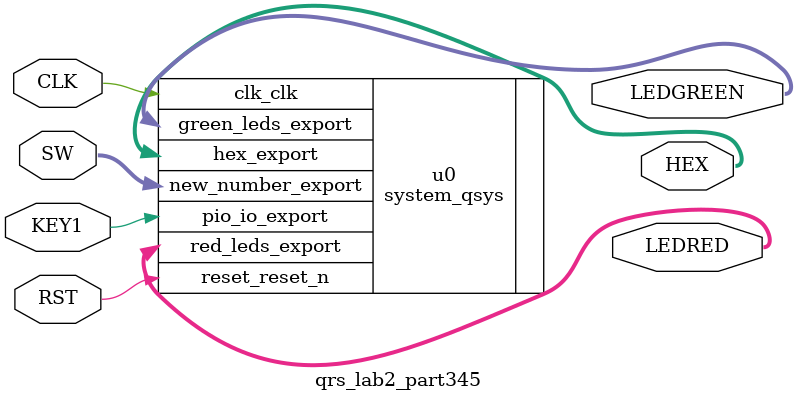
<source format=v>
module qrs_lab2_part345(
input CLK,
input RST,
input [7:0]SW,
input KEY1,
output [7:0]LEDRED,
output [15:0]LEDGREEN,
output [31:0]HEX
);


    system_qsys u0 (
        .clk_clk           (CLK),           //        clk.clk
        .reset_reset_n     (RST),     //      reset.reset_n
        .new_number_export (SW), // new_number.export
        .green_leds_export (LEDGREEN), // green_leds.export
        .red_leds_export   (LEDRED),   //   red_leds.export
        .pio_io_export     (KEY1),     //     pio_io.export
        .hex_export        (HEX)         //        hex.export
    );

endmodule
</source>
